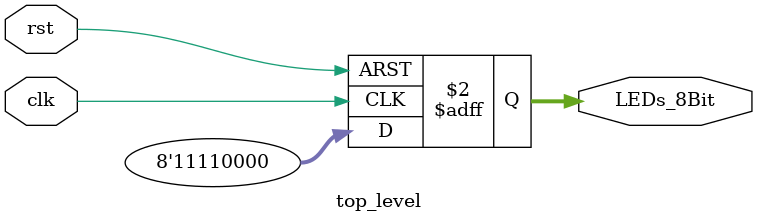
<source format=v>
`timescale 1ns / 1ps

module top_level (clk, rst, LEDs_8Bit);
input rst;
input clk;
output reg [7:0]LEDs_8Bit;

always@(posedge clk, posedge rst) begin
	if(rst) begin
		LEDs_8Bit <= 8'b10101010;
	end
	else begin
		LEDs_8Bit <= 8'b11110000;
	end
end

endmodule
</source>
